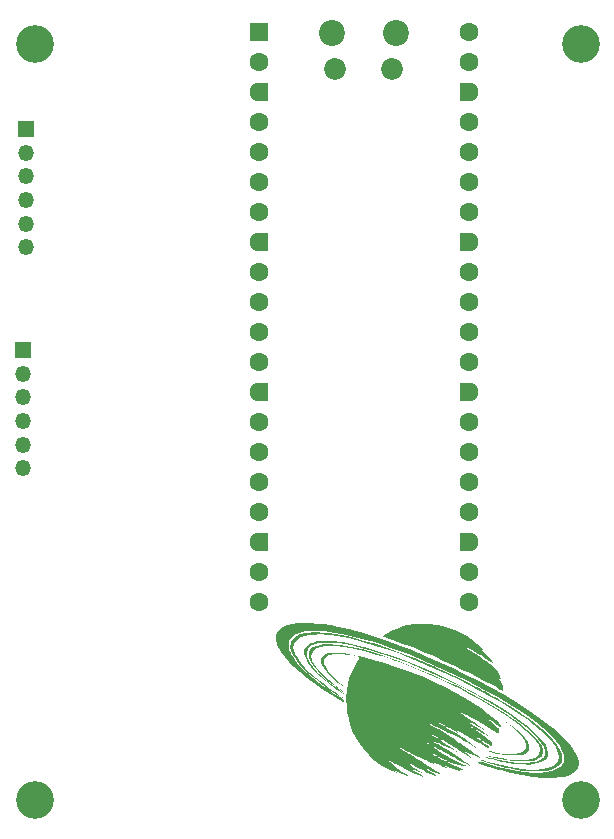
<source format=gbs>
%TF.GenerationSoftware,KiCad,Pcbnew,9.0.0*%
%TF.CreationDate,2025-06-14T22:04:31-04:00*%
%TF.ProjectId,equatorial-mount,65717561-746f-4726-9961-6c2d6d6f756e,rev?*%
%TF.SameCoordinates,Original*%
%TF.FileFunction,Soldermask,Bot*%
%TF.FilePolarity,Negative*%
%FSLAX46Y46*%
G04 Gerber Fmt 4.6, Leading zero omitted, Abs format (unit mm)*
G04 Created by KiCad (PCBNEW 9.0.0) date 2025-06-14 22:04:31*
%MOMM*%
%LPD*%
G01*
G04 APERTURE LIST*
G04 Aperture macros list*
%AMRoundRect*
0 Rectangle with rounded corners*
0 $1 Rounding radius*
0 $2 $3 $4 $5 $6 $7 $8 $9 X,Y pos of 4 corners*
0 Add a 4 corners polygon primitive as box body*
4,1,4,$2,$3,$4,$5,$6,$7,$8,$9,$2,$3,0*
0 Add four circle primitives for the rounded corners*
1,1,$1+$1,$2,$3*
1,1,$1+$1,$4,$5*
1,1,$1+$1,$6,$7*
1,1,$1+$1,$8,$9*
0 Add four rect primitives between the rounded corners*
20,1,$1+$1,$2,$3,$4,$5,0*
20,1,$1+$1,$4,$5,$6,$7,0*
20,1,$1+$1,$6,$7,$8,$9,0*
20,1,$1+$1,$8,$9,$2,$3,0*%
%AMFreePoly0*
4,1,37,0.603843,0.796157,0.639018,0.796157,0.711114,0.766294,0.766294,0.711114,0.796157,0.639018,0.796157,0.603843,0.800000,0.600000,0.800000,-0.600000,0.796157,-0.603843,0.796157,-0.639018,0.766294,-0.711114,0.711114,-0.766294,0.639018,-0.796157,0.603843,-0.796157,0.600000,-0.800000,0.000000,-0.800000,0.000000,-0.796148,-0.078414,-0.796148,-0.232228,-0.765552,-0.377117,-0.705537,
-0.507515,-0.618408,-0.618408,-0.507515,-0.705537,-0.377117,-0.765552,-0.232228,-0.796148,-0.078414,-0.796148,0.078414,-0.765552,0.232228,-0.705537,0.377117,-0.618408,0.507515,-0.507515,0.618408,-0.377117,0.705537,-0.232228,0.765552,-0.078414,0.796148,0.000000,0.796148,0.000000,0.800000,0.600000,0.800000,0.603843,0.796157,0.603843,0.796157,$1*%
%AMFreePoly1*
4,1,37,0.000000,0.796148,0.078414,0.796148,0.232228,0.765552,0.377117,0.705537,0.507515,0.618408,0.618408,0.507515,0.705537,0.377117,0.765552,0.232228,0.796148,0.078414,0.796148,-0.078414,0.765552,-0.232228,0.705537,-0.377117,0.618408,-0.507515,0.507515,-0.618408,0.377117,-0.705537,0.232228,-0.765552,0.078414,-0.796148,0.000000,-0.796148,0.000000,-0.800000,-0.600000,-0.800000,
-0.603843,-0.796157,-0.639018,-0.796157,-0.711114,-0.766294,-0.766294,-0.711114,-0.796157,-0.639018,-0.796157,-0.603843,-0.800000,-0.600000,-0.800000,0.600000,-0.796157,0.603843,-0.796157,0.639018,-0.766294,0.711114,-0.711114,0.766294,-0.639018,0.796157,-0.603843,0.796157,-0.600000,0.800000,0.000000,0.800000,0.000000,0.796148,0.000000,0.796148,$1*%
G04 Aperture macros list end*
%ADD10C,0.000000*%
%ADD11C,3.200000*%
%ADD12R,1.350000X1.350000*%
%ADD13O,1.350000X1.350000*%
%ADD14C,2.200000*%
%ADD15C,1.850000*%
%ADD16RoundRect,0.200000X-0.600000X-0.600000X0.600000X-0.600000X0.600000X0.600000X-0.600000X0.600000X0*%
%ADD17C,1.600000*%
%ADD18FreePoly0,0.000000*%
%ADD19FreePoly1,0.000000*%
G04 APERTURE END LIST*
D10*
%TO.C,G\u002A\u002A\u002A*%
G36*
X133207640Y-123656535D02*
G01*
X133670056Y-123682738D01*
X134185938Y-123732569D01*
X134743343Y-123804835D01*
X135330328Y-123898345D01*
X135934951Y-124011907D01*
X136848264Y-124218250D01*
X137826293Y-124480053D01*
X138856152Y-124792484D01*
X139928839Y-125151497D01*
X141035350Y-125553046D01*
X142166682Y-125993085D01*
X143313829Y-126467568D01*
X144467791Y-126972447D01*
X145619561Y-127503677D01*
X146760138Y-128057211D01*
X147880517Y-128629003D01*
X148971694Y-129215007D01*
X150024667Y-129811176D01*
X151030432Y-130413464D01*
X151979985Y-131017824D01*
X152864322Y-131620211D01*
X152870788Y-131624784D01*
X153542502Y-132118208D01*
X154145629Y-132598869D01*
X154678557Y-133064663D01*
X155139674Y-133513486D01*
X155527369Y-133943232D01*
X155840029Y-134351798D01*
X156076043Y-134737078D01*
X156233799Y-135096970D01*
X156311686Y-135429367D01*
X156308090Y-135732166D01*
X156221400Y-136003262D01*
X156088700Y-136197403D01*
X155855352Y-136398611D01*
X155546756Y-136561682D01*
X155167734Y-136685113D01*
X154723106Y-136767403D01*
X154217695Y-136807048D01*
X153656320Y-136802548D01*
X153336461Y-136784072D01*
X152449951Y-136698097D01*
X151529994Y-136562012D01*
X150604378Y-136380347D01*
X149700890Y-136157633D01*
X149559967Y-136118094D01*
X149310071Y-136045168D01*
X149025898Y-135959831D01*
X148727758Y-135868392D01*
X148435961Y-135777159D01*
X148170817Y-135692439D01*
X147952636Y-135620541D01*
X147801728Y-135567774D01*
X147786419Y-135561262D01*
X147766305Y-135527285D01*
X147813741Y-135461145D01*
X147816330Y-135458298D01*
X147850836Y-135426988D01*
X147894257Y-135411649D01*
X147962226Y-135414504D01*
X148070378Y-135437778D01*
X148234347Y-135483695D01*
X148469768Y-135554480D01*
X148604285Y-135594990D01*
X149478750Y-135839948D01*
X150303720Y-136038497D01*
X151075342Y-136190167D01*
X151789760Y-136294488D01*
X152443122Y-136350991D01*
X153031574Y-136359204D01*
X153551261Y-136318658D01*
X153998330Y-136228883D01*
X154045053Y-136215434D01*
X154419303Y-136073482D01*
X154710532Y-135894649D01*
X154918542Y-135680154D01*
X155043134Y-135431220D01*
X155084109Y-135149067D01*
X155041269Y-134834915D01*
X154914415Y-134489986D01*
X154703348Y-134115501D01*
X154407869Y-133712681D01*
X154178093Y-133445951D01*
X153751302Y-133012917D01*
X153242205Y-132560842D01*
X152649962Y-132089122D01*
X151973734Y-131597156D01*
X151212679Y-131084341D01*
X150365958Y-130550075D01*
X149432730Y-129993755D01*
X148412154Y-129414779D01*
X147655606Y-129005619D01*
X146776894Y-128552786D01*
X145859158Y-128100885D01*
X144916687Y-127656232D01*
X143963771Y-127225144D01*
X143014701Y-126813936D01*
X142083766Y-126428927D01*
X141185257Y-126076431D01*
X140333463Y-125762766D01*
X139542675Y-125494249D01*
X139040107Y-125336300D01*
X138323372Y-125125015D01*
X137614924Y-124931802D01*
X136929810Y-124760373D01*
X136283076Y-124614442D01*
X135689770Y-124497722D01*
X135164937Y-124413926D01*
X135163582Y-124413742D01*
X134853908Y-124381358D01*
X134505096Y-124360909D01*
X134138760Y-124352225D01*
X133776515Y-124355133D01*
X133439974Y-124369461D01*
X133150754Y-124395038D01*
X132930467Y-124431692D01*
X132637068Y-124519756D01*
X132331832Y-124657569D01*
X132081665Y-124824016D01*
X131904434Y-125009045D01*
X131873232Y-125054216D01*
X131816239Y-125152426D01*
X131784617Y-125252008D01*
X131771195Y-125382878D01*
X131768803Y-125574953D01*
X131768863Y-125589882D01*
X131774745Y-125788931D01*
X131795864Y-125937910D01*
X131840897Y-126075356D01*
X131918522Y-126239802D01*
X131935662Y-126273169D01*
X132168655Y-126664595D01*
X132463630Y-127058660D01*
X132826644Y-127462143D01*
X133263755Y-127881825D01*
X133781019Y-128324487D01*
X133784618Y-128327421D01*
X134030908Y-128522318D01*
X134323633Y-128744565D01*
X134645936Y-128982177D01*
X134980962Y-129223170D01*
X135311855Y-129455557D01*
X135621757Y-129667355D01*
X135893813Y-129846579D01*
X136111167Y-129981242D01*
X136251294Y-130066853D01*
X136366689Y-130150651D01*
X136425398Y-130218777D01*
X136441777Y-130284396D01*
X136436914Y-130354221D01*
X136421043Y-130393203D01*
X136379758Y-130374330D01*
X136272623Y-130314085D01*
X136113861Y-130220390D01*
X135916791Y-130101414D01*
X135694730Y-129965323D01*
X135460995Y-129820284D01*
X135228905Y-129674464D01*
X135011776Y-129536031D01*
X134822926Y-129413151D01*
X134597967Y-129263049D01*
X133920273Y-128789693D01*
X133294312Y-128319613D01*
X132724806Y-127857136D01*
X132216481Y-127406591D01*
X131774061Y-126972303D01*
X131402269Y-126558600D01*
X131105831Y-126169810D01*
X130889469Y-125810259D01*
X130879737Y-125790927D01*
X130741220Y-125450762D01*
X130667240Y-125123233D01*
X130659830Y-124823357D01*
X130721024Y-124566155D01*
X130795025Y-124423609D01*
X130985506Y-124201290D01*
X131253775Y-124015960D01*
X131601585Y-123866760D01*
X132030693Y-123752829D01*
X132542855Y-123673307D01*
X132810631Y-123655151D01*
X133207640Y-123656535D01*
G37*
G36*
X143626845Y-123753717D02*
G01*
X144362815Y-123845655D01*
X145095951Y-124017462D01*
X145812873Y-124267241D01*
X145825691Y-124272494D01*
X146192746Y-124432997D01*
X146517276Y-124599147D01*
X146834819Y-124790689D01*
X147180916Y-125027370D01*
X147185210Y-125030443D01*
X147333349Y-125141943D01*
X147503120Y-125278066D01*
X147681284Y-125427126D01*
X147854600Y-125577435D01*
X148009828Y-125717306D01*
X148133728Y-125835053D01*
X148213061Y-125918989D01*
X148234585Y-125957427D01*
X148210056Y-125957849D01*
X148121171Y-125932362D01*
X147994131Y-125882683D01*
X147773734Y-125787881D01*
X147910539Y-125890234D01*
X147910670Y-125890332D01*
X148017095Y-125970099D01*
X148164478Y-126080737D01*
X148320952Y-126198326D01*
X148424616Y-126286211D01*
X148561931Y-126420814D01*
X148707058Y-126576841D01*
X148845382Y-126737267D01*
X148962286Y-126885068D01*
X149043153Y-127003218D01*
X149073365Y-127074694D01*
X149070535Y-127076324D01*
X149016488Y-127052546D01*
X148904254Y-126988392D01*
X148747617Y-126892007D01*
X148560359Y-126771535D01*
X148462415Y-126708226D01*
X148251360Y-126576078D01*
X148016469Y-126433317D01*
X147770450Y-126287218D01*
X147526007Y-126145052D01*
X147295846Y-126014095D01*
X147092673Y-125901620D01*
X146929193Y-125814901D01*
X146818112Y-125761210D01*
X146772137Y-125747823D01*
X146796415Y-125771623D01*
X146886356Y-125836852D01*
X147031096Y-125935088D01*
X147218736Y-126058272D01*
X147437374Y-126198343D01*
X147586682Y-126294282D01*
X147843484Y-126464717D01*
X148088581Y-126633456D01*
X148299933Y-126785211D01*
X148455504Y-126904693D01*
X148751045Y-127147936D01*
X149013716Y-127368693D01*
X149215760Y-127544103D01*
X149353268Y-127670769D01*
X149422337Y-127745296D01*
X149428202Y-127754003D01*
X149477278Y-127845246D01*
X149537420Y-127977578D01*
X149598773Y-128126219D01*
X149651482Y-128266388D01*
X149685691Y-128373306D01*
X149691545Y-128422191D01*
X149686865Y-128424136D01*
X149629471Y-128404002D01*
X149536376Y-128346113D01*
X149474271Y-128303324D01*
X149391159Y-128255500D01*
X149374984Y-128263709D01*
X149425487Y-128324210D01*
X149542410Y-128433259D01*
X149555693Y-128445083D01*
X149721494Y-128630215D01*
X149818403Y-128832272D01*
X149856482Y-128966557D01*
X149895046Y-129139151D01*
X149918290Y-129289312D01*
X149923044Y-129395264D01*
X149906140Y-129435234D01*
X149888591Y-129429655D01*
X149804137Y-129389135D01*
X149670271Y-129317994D01*
X149506589Y-129226473D01*
X149359891Y-129143347D01*
X148866071Y-128871302D01*
X148311252Y-128575535D01*
X147712781Y-128264782D01*
X147088007Y-127947780D01*
X146454278Y-127633266D01*
X145828941Y-127329978D01*
X145229344Y-127046653D01*
X144672837Y-126792027D01*
X144352757Y-126649922D01*
X143847477Y-126430543D01*
X143316832Y-126205313D01*
X142774369Y-125979683D01*
X142233635Y-125759109D01*
X141708177Y-125549043D01*
X141211542Y-125354940D01*
X140757277Y-125182253D01*
X140358929Y-125036436D01*
X140030045Y-124922943D01*
X139970919Y-124903296D01*
X139836548Y-124854836D01*
X139770989Y-124818894D01*
X139760207Y-124784901D01*
X139790168Y-124742288D01*
X139830632Y-124706567D01*
X139958977Y-124621541D01*
X140142516Y-124517967D01*
X140362195Y-124405430D01*
X140598958Y-124293512D01*
X140833752Y-124191799D01*
X141047522Y-124109872D01*
X141177141Y-124066151D01*
X141795812Y-123896129D01*
X142415566Y-123785004D01*
X142901418Y-123743550D01*
X143626845Y-123753717D01*
G37*
G36*
X134217158Y-124473615D02*
G01*
X134695874Y-124497555D01*
X135194889Y-124543061D01*
X135696911Y-124609229D01*
X136184647Y-124695157D01*
X136211012Y-124700479D01*
X137144379Y-124911220D01*
X138140303Y-125177301D01*
X139191159Y-125496163D01*
X140289322Y-125865245D01*
X141427166Y-126281990D01*
X142597067Y-126743837D01*
X143791399Y-127248227D01*
X144012709Y-127345942D01*
X144447115Y-127543133D01*
X144927949Y-127767023D01*
X145438970Y-128009683D01*
X145963943Y-128263183D01*
X146486629Y-128519593D01*
X146990790Y-128770984D01*
X147460189Y-129009425D01*
X147878588Y-129226987D01*
X148229749Y-129415739D01*
X148336269Y-129474720D01*
X148643562Y-129648044D01*
X148988072Y-129846059D01*
X149355214Y-130060081D01*
X149730405Y-130281427D01*
X150099059Y-130501414D01*
X150446595Y-130711359D01*
X150758426Y-130902578D01*
X151019970Y-131066389D01*
X151216643Y-131194108D01*
X151235326Y-131206644D01*
X151413387Y-131327507D01*
X151615483Y-131466644D01*
X151827441Y-131614067D01*
X152035087Y-131759789D01*
X152224247Y-131893824D01*
X152380749Y-132006185D01*
X152490419Y-132086885D01*
X152539084Y-132125936D01*
X152566760Y-132150344D01*
X152650965Y-132218130D01*
X152767092Y-132308325D01*
X153216901Y-132670130D01*
X153721059Y-133127487D01*
X154148300Y-133579847D01*
X154494483Y-134022748D01*
X154755473Y-134451731D01*
X154814898Y-134576512D01*
X154859117Y-134711699D01*
X154880303Y-134864176D01*
X154886229Y-135070745D01*
X154886231Y-135144910D01*
X154880943Y-135310891D01*
X154862442Y-135424308D01*
X154823908Y-135513870D01*
X154758520Y-135608284D01*
X154735673Y-135637334D01*
X154541501Y-135826772D01*
X154293945Y-135977617D01*
X153984449Y-136093175D01*
X153604460Y-136176750D01*
X153145422Y-136231650D01*
X152715939Y-136251699D01*
X152229040Y-136240375D01*
X151695821Y-136194620D01*
X151104031Y-136113365D01*
X150441418Y-135995540D01*
X150435377Y-135994363D01*
X150174877Y-135939641D01*
X149883821Y-135872001D01*
X149575470Y-135795200D01*
X149263083Y-135712997D01*
X148959917Y-135629150D01*
X148679233Y-135547415D01*
X148434288Y-135471551D01*
X148238342Y-135405316D01*
X148104654Y-135352468D01*
X148046482Y-135316764D01*
X148035837Y-135292176D01*
X148050101Y-135278626D01*
X148104142Y-135283247D01*
X148209766Y-135308339D01*
X148378778Y-135356205D01*
X148622983Y-135429144D01*
X148627067Y-135430377D01*
X149423755Y-135654445D01*
X150178902Y-135834264D01*
X150888696Y-135969817D01*
X151549328Y-136061082D01*
X152156987Y-136108043D01*
X152707863Y-136110678D01*
X153198147Y-136068970D01*
X153624027Y-135982900D01*
X153981693Y-135852448D01*
X154267336Y-135677596D01*
X154477145Y-135458324D01*
X154515245Y-135402401D01*
X154577752Y-135283786D01*
X154605685Y-135158102D01*
X154610792Y-134983619D01*
X154610771Y-134981848D01*
X154580612Y-134721011D01*
X154492531Y-134454672D01*
X154340218Y-134168298D01*
X154117361Y-133847354D01*
X154009048Y-133706856D01*
X153861158Y-133525734D01*
X153710904Y-133358118D01*
X153541238Y-133186182D01*
X153335112Y-132992103D01*
X153075477Y-132758057D01*
X153066705Y-132750259D01*
X152541657Y-132311425D01*
X151936205Y-131853985D01*
X151258159Y-131381867D01*
X150515329Y-130899001D01*
X149715524Y-130409319D01*
X148866554Y-129916749D01*
X147976230Y-129425221D01*
X147052361Y-128938667D01*
X146102757Y-128461015D01*
X145135228Y-127996195D01*
X144157583Y-127548138D01*
X143177633Y-127120774D01*
X142203187Y-126718033D01*
X141242055Y-126343844D01*
X140302047Y-126002138D01*
X139390973Y-125696844D01*
X138516643Y-125431893D01*
X138077306Y-125308442D01*
X137437475Y-125137234D01*
X136863788Y-124996018D01*
X136344792Y-124882547D01*
X135869032Y-124794575D01*
X135425052Y-124729856D01*
X135001399Y-124686143D01*
X134586619Y-124661191D01*
X134391507Y-124655363D01*
X133893050Y-124661834D01*
X133467158Y-124703661D01*
X133104607Y-124782629D01*
X132796170Y-124900527D01*
X132532623Y-125059143D01*
X132461463Y-125118184D01*
X132302714Y-125308991D01*
X132194954Y-125529303D01*
X132155242Y-125747977D01*
X132188988Y-126010996D01*
X132305364Y-126334003D01*
X132502532Y-126685003D01*
X132778176Y-127061569D01*
X133129978Y-127461276D01*
X133555622Y-127881695D01*
X134052788Y-128320400D01*
X134619161Y-128774965D01*
X135252422Y-129242963D01*
X135950254Y-129721967D01*
X136134018Y-129845905D01*
X136295131Y-129960233D01*
X136390218Y-130035547D01*
X136416567Y-130069331D01*
X136371468Y-130059068D01*
X136252209Y-130002242D01*
X136233899Y-129992588D01*
X136083478Y-129904420D01*
X135874877Y-129771618D01*
X135620910Y-129602681D01*
X135334391Y-129406107D01*
X135028133Y-129190395D01*
X134666565Y-128927501D01*
X134040992Y-128444710D01*
X133493683Y-127982732D01*
X133025364Y-127542659D01*
X132636759Y-127125581D01*
X132328591Y-126732589D01*
X132101585Y-126364777D01*
X131956465Y-126023234D01*
X131893955Y-125709053D01*
X131914780Y-125423325D01*
X132019662Y-125167141D01*
X132209327Y-124941592D01*
X132213112Y-124938184D01*
X132456884Y-124760413D01*
X132747258Y-124628835D01*
X133104352Y-124534296D01*
X133389801Y-124494044D01*
X133776036Y-124472144D01*
X134217158Y-124473615D01*
G37*
G36*
X135288274Y-125222994D02*
G01*
X135660210Y-125247105D01*
X136020795Y-125282648D01*
X136350575Y-125329043D01*
X136386517Y-125335132D01*
X137004386Y-125456285D01*
X137689001Y-125618478D01*
X138428614Y-125817806D01*
X139211481Y-126050364D01*
X140025854Y-126312247D01*
X140859989Y-126599552D01*
X141702138Y-126908371D01*
X142540556Y-127234802D01*
X143363496Y-127574940D01*
X144159213Y-127924878D01*
X145156656Y-128388735D01*
X146194449Y-128895516D01*
X147184322Y-129404489D01*
X148121780Y-129912908D01*
X149002327Y-130418028D01*
X149821467Y-130917103D01*
X150574705Y-131407388D01*
X151257546Y-131886138D01*
X151865494Y-132350607D01*
X152394053Y-132798048D01*
X152838728Y-133225718D01*
X152937302Y-133330184D01*
X153257888Y-133708054D01*
X153494076Y-134055978D01*
X153646047Y-134373028D01*
X153713981Y-134658276D01*
X153698059Y-134910794D01*
X153598461Y-135129655D01*
X153415368Y-135313931D01*
X153148961Y-135462693D01*
X152799420Y-135575014D01*
X152366925Y-135649967D01*
X152059671Y-135670120D01*
X151674778Y-135667090D01*
X151243725Y-135640920D01*
X150787581Y-135592907D01*
X150327415Y-135524350D01*
X150274111Y-135514844D01*
X150067223Y-135474012D01*
X149820971Y-135420965D01*
X149551420Y-135359639D01*
X149274631Y-135293973D01*
X149006669Y-135227902D01*
X148763595Y-135165364D01*
X148561474Y-135110296D01*
X148416369Y-135066635D01*
X148344342Y-135038317D01*
X148320386Y-135012966D01*
X148370310Y-135008265D01*
X148502404Y-135030402D01*
X148714105Y-135078929D01*
X149002852Y-135153400D01*
X149011637Y-135155745D01*
X149530098Y-135279531D01*
X150068685Y-135382008D01*
X150606472Y-135460572D01*
X151122535Y-135512623D01*
X151595947Y-135535559D01*
X152005785Y-135526777D01*
X152316842Y-135495046D01*
X152700983Y-135416354D01*
X153006119Y-135298453D01*
X153234568Y-135140614D01*
X153264419Y-135112330D01*
X153364218Y-135000020D01*
X153415561Y-134887857D01*
X153440079Y-134732933D01*
X153428200Y-134477066D01*
X153332199Y-134169458D01*
X153149069Y-133836365D01*
X152878756Y-133477723D01*
X152521203Y-133093467D01*
X152076358Y-132683535D01*
X151544165Y-132247861D01*
X150924570Y-131786381D01*
X150445213Y-131452720D01*
X149545980Y-130868142D01*
X148574694Y-130283635D01*
X147543248Y-129704810D01*
X146463538Y-129137275D01*
X145347458Y-128586641D01*
X144206902Y-128058518D01*
X143053767Y-127558514D01*
X141899945Y-127092240D01*
X140757333Y-126665306D01*
X139637824Y-126283321D01*
X138553313Y-125951895D01*
X138212871Y-125856383D01*
X137590247Y-125694139D01*
X137028337Y-125566793D01*
X136512576Y-125471837D01*
X136028399Y-125406759D01*
X135561240Y-125369051D01*
X135096535Y-125356202D01*
X134832019Y-125356624D01*
X134610062Y-125361173D01*
X134439988Y-125372003D01*
X134301230Y-125391183D01*
X134173221Y-125420779D01*
X134035393Y-125462858D01*
X133746736Y-125583051D01*
X133505616Y-125749913D01*
X133348134Y-125950826D01*
X133274234Y-126184699D01*
X133283858Y-126450440D01*
X133376951Y-126746959D01*
X133553457Y-127073166D01*
X133813319Y-127427971D01*
X134156480Y-127810282D01*
X134322409Y-127974362D01*
X134633649Y-128259621D01*
X134986672Y-128561915D01*
X135359227Y-128862937D01*
X135729065Y-129144379D01*
X136073935Y-129387934D01*
X136214429Y-129483765D01*
X136355762Y-129583588D01*
X136451898Y-129655658D01*
X136487379Y-129688728D01*
X136472712Y-129696656D01*
X136396945Y-129667389D01*
X136265662Y-129593757D01*
X136089023Y-129482617D01*
X135877187Y-129340829D01*
X135640312Y-129175249D01*
X135388559Y-128992736D01*
X135132086Y-128800149D01*
X134881051Y-128604345D01*
X134473113Y-128264206D01*
X134019868Y-127838774D01*
X133651569Y-127430916D01*
X133369105Y-127041746D01*
X133173364Y-126672381D01*
X133065235Y-126323936D01*
X133045969Y-126145400D01*
X133080963Y-125897409D01*
X133196524Y-125686276D01*
X133393928Y-125510608D01*
X133674450Y-125369013D01*
X134039365Y-125260098D01*
X134076155Y-125252476D01*
X134298928Y-125225055D01*
X134588177Y-125211388D01*
X134924444Y-125210895D01*
X135288274Y-125222994D01*
G37*
G36*
X135369187Y-125497574D02*
G01*
X135761219Y-125525490D01*
X136162950Y-125568811D01*
X136554119Y-125626446D01*
X137087723Y-125727159D01*
X137951693Y-125926643D01*
X138869999Y-126178323D01*
X139833391Y-126478174D01*
X140832617Y-126822175D01*
X141858428Y-127206301D01*
X142901572Y-127626528D01*
X143952798Y-128078835D01*
X145002856Y-128559196D01*
X146042495Y-129063589D01*
X147062464Y-129587990D01*
X148053513Y-130128377D01*
X149006390Y-130680725D01*
X149911846Y-131241011D01*
X150760628Y-131805212D01*
X150891560Y-131896491D01*
X151463313Y-132316758D01*
X151959194Y-132719359D01*
X152377941Y-133102690D01*
X152718294Y-133465148D01*
X152978994Y-133805130D01*
X153158780Y-134121033D01*
X153256391Y-134411254D01*
X153270569Y-134674189D01*
X153200051Y-134908236D01*
X153114969Y-135019403D01*
X152935622Y-135151203D01*
X152691077Y-135263046D01*
X152395859Y-135347006D01*
X152308628Y-135362451D01*
X152054832Y-135387554D01*
X151740208Y-135399286D01*
X151385072Y-135398227D01*
X151009740Y-135384956D01*
X150634526Y-135360053D01*
X150279748Y-135324098D01*
X149965720Y-135277670D01*
X149786688Y-135244223D01*
X149516310Y-135189510D01*
X149247178Y-135130811D01*
X148993998Y-135071723D01*
X148771478Y-135015842D01*
X148594326Y-134966763D01*
X148477249Y-134928083D01*
X148434955Y-134903397D01*
X148471783Y-134896020D01*
X148574487Y-134908549D01*
X148719964Y-134938946D01*
X149113471Y-135029095D01*
X149776485Y-135158004D01*
X150393424Y-135247956D01*
X150958347Y-135298696D01*
X151465313Y-135309969D01*
X151908380Y-135281521D01*
X152281605Y-135213096D01*
X152579049Y-135104440D01*
X152609473Y-135088811D01*
X152833784Y-134936475D01*
X152975331Y-134757900D01*
X153034428Y-134550030D01*
X153011385Y-134309809D01*
X152906513Y-134034184D01*
X152720125Y-133720097D01*
X152565873Y-133513011D01*
X152255090Y-133166409D01*
X151864135Y-132796099D01*
X151397037Y-132404765D01*
X150857823Y-131995095D01*
X150250523Y-131569774D01*
X149579163Y-131131490D01*
X148847772Y-130682930D01*
X148060378Y-130226778D01*
X147221009Y-129765723D01*
X146333694Y-129302449D01*
X145402460Y-128839645D01*
X144540540Y-128430958D01*
X143357085Y-127902859D01*
X142167980Y-127412456D01*
X140933519Y-126942896D01*
X140752100Y-126876228D01*
X140579362Y-126812244D01*
X140454704Y-126765528D01*
X140418977Y-126752273D01*
X140216774Y-126683365D01*
X139946029Y-126597927D01*
X139622869Y-126500596D01*
X139263420Y-126396010D01*
X138883810Y-126288807D01*
X138500163Y-126183624D01*
X138128608Y-126085099D01*
X137785269Y-125997869D01*
X137673155Y-125970569D01*
X137001489Y-125825092D01*
X136375849Y-125721138D01*
X135801962Y-125658965D01*
X135285556Y-125638832D01*
X134832358Y-125660996D01*
X134448096Y-125725717D01*
X134138497Y-125833254D01*
X133918198Y-125959944D01*
X133767182Y-126107210D01*
X133684957Y-126286108D01*
X133660090Y-126512880D01*
X133662626Y-126587436D01*
X133691840Y-126760346D01*
X133760295Y-126941893D01*
X133876167Y-127150929D01*
X134047637Y-127406309D01*
X134106480Y-127484678D01*
X134297247Y-127706191D01*
X134542959Y-127959752D01*
X134828869Y-128232042D01*
X135140233Y-128509737D01*
X135462304Y-128779517D01*
X135780338Y-129028059D01*
X136079589Y-129242043D01*
X136180437Y-129313670D01*
X136285105Y-129397241D01*
X136353973Y-129462294D01*
X136378401Y-129498952D01*
X136349747Y-129497336D01*
X136259372Y-129447571D01*
X136227119Y-129427352D01*
X135905207Y-129209701D01*
X135556648Y-128949533D01*
X135198895Y-128661795D01*
X134849398Y-128361433D01*
X134525611Y-128063391D01*
X134244984Y-127782616D01*
X134024970Y-127534053D01*
X133809752Y-127255698D01*
X133649577Y-127016381D01*
X133540736Y-126805587D01*
X133474838Y-126607014D01*
X133443492Y-126404361D01*
X133440861Y-126371101D01*
X133433886Y-126223868D01*
X133448616Y-126125878D01*
X133495839Y-126041769D01*
X133586345Y-125936181D01*
X133594480Y-125927296D01*
X133824010Y-125741941D01*
X134121025Y-125601942D01*
X134470735Y-125514353D01*
X134695257Y-125492314D01*
X135007113Y-125486152D01*
X135369187Y-125497574D01*
G37*
G36*
X135593951Y-126208286D02*
G01*
X135871759Y-126214879D01*
X136020813Y-126220559D01*
X136394873Y-126246721D01*
X136781087Y-126291796D01*
X137189788Y-126357994D01*
X137631307Y-126447523D01*
X138115974Y-126562592D01*
X138654123Y-126705412D01*
X139256085Y-126878190D01*
X139932190Y-127083137D01*
X140366835Y-127219991D01*
X141355877Y-127551573D01*
X142287281Y-127895074D01*
X143184730Y-128259932D01*
X144071912Y-128655584D01*
X144972512Y-129091469D01*
X145131596Y-129171750D01*
X145938136Y-129595627D01*
X146676691Y-130015464D01*
X147365347Y-130442912D01*
X148022190Y-130889621D01*
X148665307Y-131367242D01*
X149312783Y-131887425D01*
X149457056Y-132009399D01*
X149586297Y-132127349D01*
X149663926Y-132215011D01*
X149701805Y-132286287D01*
X149711795Y-132355081D01*
X149711795Y-132355819D01*
X149701440Y-132451224D01*
X149676758Y-132490869D01*
X149631538Y-132467245D01*
X149536427Y-132398872D01*
X149414550Y-132301426D01*
X149326041Y-132231422D01*
X149176269Y-132120788D01*
X148997346Y-131994115D01*
X148804042Y-131861264D01*
X148611123Y-131732098D01*
X148433360Y-131616476D01*
X148285520Y-131524262D01*
X148182372Y-131465315D01*
X148138685Y-131449497D01*
X148158297Y-131477053D01*
X148236364Y-131541139D01*
X148355626Y-131625835D01*
X148416804Y-131668364D01*
X148592146Y-131798988D01*
X148796614Y-131959910D01*
X149009729Y-132134209D01*
X149211012Y-132304964D01*
X149379982Y-132455254D01*
X149496159Y-132568159D01*
X149533999Y-132609127D01*
X149590033Y-132686747D01*
X149593521Y-132759448D01*
X149552549Y-132870589D01*
X149537128Y-132906438D01*
X149491253Y-133000406D01*
X149463490Y-133038086D01*
X149427796Y-133019143D01*
X149323721Y-132958416D01*
X149161896Y-132861986D01*
X148952791Y-132736128D01*
X148706874Y-132587120D01*
X148434614Y-132421238D01*
X148176630Y-132264482D01*
X147761016Y-132016662D01*
X147407105Y-131812941D01*
X147106112Y-131648593D01*
X146849247Y-131518891D01*
X146627723Y-131419108D01*
X146432753Y-131344519D01*
X146388112Y-131329292D01*
X146229817Y-131279305D01*
X146155358Y-131264627D01*
X146164738Y-131285399D01*
X146257960Y-131341764D01*
X146435028Y-131433865D01*
X146583787Y-131515118D01*
X146801197Y-131646632D01*
X147035018Y-131798489D01*
X147254992Y-131951583D01*
X147436364Y-132081960D01*
X147667446Y-132245206D01*
X147885077Y-132396213D01*
X148059290Y-132514025D01*
X148126042Y-132558749D01*
X148258062Y-132651382D01*
X148345958Y-132719216D01*
X148373427Y-132750003D01*
X148368634Y-132750734D01*
X148306791Y-132727908D01*
X148191299Y-132671540D01*
X148042271Y-132591268D01*
X147988991Y-132561529D01*
X147723238Y-132415166D01*
X147468834Y-132278055D01*
X147237171Y-132156046D01*
X147039640Y-132054985D01*
X146887633Y-131980720D01*
X146792541Y-131939100D01*
X146765757Y-131935973D01*
X146774869Y-131945393D01*
X146847091Y-131999227D01*
X146977180Y-132086816D01*
X147150390Y-132198395D01*
X147351978Y-132324200D01*
X147463065Y-132393444D01*
X147674250Y-132529143D01*
X147893219Y-132674093D01*
X148107938Y-132819865D01*
X148306376Y-132958033D01*
X148476501Y-133080167D01*
X148606280Y-133177841D01*
X148683681Y-133242626D01*
X148696672Y-133266093D01*
X148695190Y-133265912D01*
X148638574Y-133241622D01*
X148518544Y-133182059D01*
X148350183Y-133095256D01*
X148148569Y-132989250D01*
X147928782Y-132872074D01*
X147705903Y-132751765D01*
X147495013Y-132636357D01*
X147311190Y-132533886D01*
X147169515Y-132452386D01*
X147057817Y-132388657D01*
X146965538Y-132341302D01*
X146930108Y-132330748D01*
X146964736Y-132365040D01*
X147067105Y-132441519D01*
X147227344Y-132553009D01*
X147435539Y-132692754D01*
X147681776Y-132853999D01*
X147956140Y-133029985D01*
X148104339Y-133126770D01*
X148325682Y-133279300D01*
X148529608Y-133428173D01*
X148685763Y-133551686D01*
X148715202Y-133576652D01*
X148845486Y-133687111D01*
X148945560Y-133771913D01*
X148995756Y-133814386D01*
X148996181Y-133814756D01*
X149003459Y-133872280D01*
X148976848Y-133964170D01*
X148932680Y-134049393D01*
X148887286Y-134086919D01*
X148867612Y-134079349D01*
X148783821Y-134031384D01*
X148653686Y-133948996D01*
X148495593Y-133843606D01*
X148440291Y-133806198D01*
X148240602Y-133674631D01*
X148044577Y-133549942D01*
X147887738Y-133454847D01*
X147769286Y-133384992D01*
X147624465Y-133296649D01*
X147522926Y-133231281D01*
X147460131Y-133189663D01*
X147436062Y-133182536D01*
X147467874Y-133228049D01*
X147468352Y-133228647D01*
X147528815Y-133283606D01*
X147647601Y-133376489D01*
X147807747Y-133494467D01*
X147992291Y-133624709D01*
X148122946Y-133715599D01*
X148378681Y-133898503D01*
X148563426Y-134039617D01*
X148681991Y-134142981D01*
X148739186Y-134212635D01*
X148739821Y-134252620D01*
X148731878Y-134257597D01*
X148660753Y-134250833D01*
X148557415Y-134203464D01*
X148496661Y-134168126D01*
X148355169Y-134088297D01*
X148174417Y-133988055D01*
X147978941Y-133881074D01*
X147696467Y-133725375D01*
X147300922Y-133502167D01*
X146876923Y-133258064D01*
X146451293Y-133008389D01*
X146362363Y-132957981D01*
X146212669Y-132878525D01*
X146046650Y-132794530D01*
X145883721Y-132715376D01*
X145743303Y-132650447D01*
X145644812Y-132609123D01*
X145607666Y-132600787D01*
X145607899Y-132601506D01*
X145648835Y-132633520D01*
X145746531Y-132698605D01*
X145881275Y-132783591D01*
X145951478Y-132827513D01*
X146087695Y-132918448D01*
X146144165Y-132965942D01*
X146122087Y-132968330D01*
X146022657Y-132923947D01*
X145847074Y-132831128D01*
X145663276Y-132730519D01*
X145409720Y-132593805D01*
X145160533Y-132461513D01*
X144928340Y-132340169D01*
X144725768Y-132236297D01*
X144565441Y-132156420D01*
X144459986Y-132107063D01*
X144422029Y-132094751D01*
X144424355Y-132100081D01*
X144474737Y-132143400D01*
X144570233Y-132205989D01*
X144896355Y-132402313D01*
X145260855Y-132623152D01*
X145607905Y-132834840D01*
X145927359Y-133031114D01*
X146209072Y-133205713D01*
X146442898Y-133352374D01*
X146618690Y-133464834D01*
X146726305Y-133536831D01*
X146810369Y-133596576D01*
X147055268Y-133773031D01*
X147277502Y-133936576D01*
X147466688Y-134079295D01*
X147612439Y-134193275D01*
X147704371Y-134270602D01*
X147732100Y-134303359D01*
X147716882Y-134300762D01*
X147639588Y-134262643D01*
X147513504Y-134189758D01*
X147356386Y-134092092D01*
X147315761Y-134066284D01*
X147088442Y-133926549D01*
X146837733Y-133778233D01*
X146610898Y-133649401D01*
X146471264Y-133573546D01*
X146210767Y-133436089D01*
X145917779Y-133285434D01*
X145602639Y-133126543D01*
X145275691Y-132964379D01*
X144947276Y-132803907D01*
X144627735Y-132650089D01*
X144327411Y-132507889D01*
X144056645Y-132382269D01*
X143825778Y-132278194D01*
X143645152Y-132200626D01*
X143525109Y-132154529D01*
X143475992Y-132144865D01*
X143481474Y-132158446D01*
X143543620Y-132204357D01*
X143653786Y-132265898D01*
X143887070Y-132384835D01*
X144199028Y-132546835D01*
X144471781Y-132693844D01*
X144721447Y-132835695D01*
X144964143Y-132982222D01*
X145215987Y-133143258D01*
X145493095Y-133328634D01*
X145811583Y-133548185D01*
X146187571Y-133811743D01*
X146268882Y-133868961D01*
X146556005Y-134070313D01*
X146844703Y-134271827D01*
X147115972Y-134460289D01*
X147350808Y-134622488D01*
X147530206Y-134745209D01*
X147550796Y-134759224D01*
X147719994Y-134878678D01*
X147850517Y-134978435D01*
X147929814Y-135048418D01*
X147945338Y-135078551D01*
X147911751Y-135078329D01*
X147798324Y-135048888D01*
X147626539Y-134987807D01*
X147411024Y-134900813D01*
X147166404Y-134793636D01*
X146907307Y-134672003D01*
X146542496Y-134494872D01*
X146746376Y-134667107D01*
X146823450Y-134733242D01*
X146979122Y-134871197D01*
X147111187Y-134993171D01*
X147183726Y-135063039D01*
X147228906Y-135111119D01*
X147211950Y-135109052D01*
X147135314Y-135064051D01*
X147094570Y-135039313D01*
X146647375Y-134762959D01*
X146253505Y-134510396D01*
X145926876Y-134290533D01*
X145897449Y-134270419D01*
X145748329Y-134174344D01*
X145553704Y-134055330D01*
X145325970Y-133920324D01*
X145077522Y-133776274D01*
X144820753Y-133630125D01*
X144568059Y-133488825D01*
X144331833Y-133359320D01*
X144124470Y-133248558D01*
X143958365Y-133163484D01*
X143845912Y-133111047D01*
X143799505Y-133098192D01*
X143812519Y-133132342D01*
X143882255Y-133186434D01*
X143944175Y-133223902D01*
X144472108Y-133545892D01*
X144921197Y-133824791D01*
X145292471Y-134061264D01*
X145586957Y-134255975D01*
X145805683Y-134409589D01*
X145949677Y-134522769D01*
X145968124Y-134539021D01*
X146010989Y-134581974D01*
X145996703Y-134586148D01*
X145917915Y-134549398D01*
X145767271Y-134469580D01*
X145633069Y-134397526D01*
X145397917Y-134274766D01*
X145189191Y-134172722D01*
X144978814Y-134078540D01*
X144738709Y-133979369D01*
X144440799Y-133862354D01*
X144294506Y-133806390D01*
X144105456Y-133737822D01*
X143995399Y-133704559D01*
X143964907Y-133707225D01*
X144014553Y-133746441D01*
X144144908Y-133822828D01*
X144356545Y-133937008D01*
X144650036Y-134089602D01*
X144922957Y-134238496D01*
X145229293Y-134420506D01*
X145524789Y-134609193D01*
X145773369Y-134782310D01*
X145988325Y-134940377D01*
X146244091Y-135126170D01*
X146491403Y-135303787D01*
X146698017Y-135449943D01*
X146845211Y-135554972D01*
X146980322Y-135656335D01*
X147068562Y-135728587D01*
X147095686Y-135760599D01*
X147068432Y-135757977D01*
X146974334Y-135721599D01*
X146830648Y-135655046D01*
X146654626Y-135567215D01*
X146463519Y-135467007D01*
X146274580Y-135363318D01*
X146105060Y-135265049D01*
X145972211Y-135181097D01*
X145909537Y-135140936D01*
X145744422Y-135044019D01*
X145529651Y-134925068D01*
X145286046Y-134795503D01*
X145034428Y-134666744D01*
X144925399Y-134611761D01*
X144646014Y-134468061D01*
X144366702Y-134320992D01*
X144114753Y-134185022D01*
X143917460Y-134074617D01*
X143741113Y-133973877D01*
X143515489Y-133848337D01*
X143331580Y-133750099D01*
X143198611Y-133683899D01*
X143125805Y-133654469D01*
X143122388Y-133666545D01*
X143131850Y-133674512D01*
X143207143Y-133727304D01*
X143339763Y-133814574D01*
X143514265Y-133926271D01*
X143715206Y-134052346D01*
X143944808Y-134195915D01*
X144243826Y-134384558D01*
X144545232Y-134576158D01*
X144809641Y-134745760D01*
X145161135Y-134963275D01*
X145552117Y-135186474D01*
X145937057Y-135388605D01*
X146293900Y-135558122D01*
X146600589Y-135683475D01*
X146603021Y-135684357D01*
X146743079Y-135739120D01*
X146837416Y-135783568D01*
X146865726Y-135808153D01*
X146864124Y-135809489D01*
X146797966Y-135817517D01*
X146665457Y-135807105D01*
X146487234Y-135781916D01*
X146283931Y-135745611D01*
X146076187Y-135701852D01*
X145884636Y-135654300D01*
X145729916Y-135606617D01*
X145585530Y-135549902D01*
X145351289Y-135447794D01*
X145077078Y-135320706D01*
X144784934Y-135179342D01*
X144496897Y-135034407D01*
X144235005Y-134896608D01*
X144021296Y-134776649D01*
X143894137Y-134704080D01*
X143808665Y-134661930D01*
X143793082Y-134665221D01*
X143844523Y-134710558D01*
X143960125Y-134794546D01*
X144137020Y-134913788D01*
X144254866Y-134986894D01*
X144472863Y-135111079D01*
X144737091Y-135253097D01*
X145029580Y-135404032D01*
X145332360Y-135554969D01*
X145627457Y-135696990D01*
X145896902Y-135821181D01*
X146122723Y-135918626D01*
X146286949Y-135980409D01*
X146533019Y-136059536D01*
X146384317Y-136122061D01*
X146285568Y-136158304D01*
X146186407Y-136176223D01*
X146075526Y-136170052D01*
X145934882Y-136136874D01*
X145746429Y-136073770D01*
X145492121Y-135977825D01*
X145468679Y-135968797D01*
X145266950Y-135893889D01*
X145099112Y-135836344D01*
X144982087Y-135801681D01*
X144932799Y-135795419D01*
X144928058Y-135801509D01*
X144950245Y-135820788D01*
X144951126Y-135820828D01*
X145014314Y-135848844D01*
X145106050Y-135912745D01*
X145220054Y-136003689D01*
X145106050Y-135962173D01*
X145091078Y-135956377D01*
X144989888Y-135912829D01*
X144830264Y-135840758D01*
X144630935Y-135748699D01*
X144410628Y-135645189D01*
X144330686Y-135607496D01*
X144133229Y-135516100D01*
X143974080Y-135444903D01*
X143867865Y-135400352D01*
X143829210Y-135388894D01*
X143839709Y-135402222D01*
X143905805Y-135455146D01*
X144012543Y-135529391D01*
X144074178Y-135571932D01*
X144154536Y-135635563D01*
X144178458Y-135668132D01*
X144136538Y-135656629D01*
X144023220Y-135610999D01*
X143850164Y-135536237D01*
X143628849Y-135437629D01*
X143370751Y-135320458D01*
X143087349Y-135190010D01*
X142790120Y-135051568D01*
X142490543Y-134910418D01*
X142200095Y-134771844D01*
X141930254Y-134641129D01*
X141692497Y-134523560D01*
X141585858Y-134470494D01*
X141385133Y-134372951D01*
X141221915Y-134296777D01*
X141110777Y-134248677D01*
X141066290Y-134235357D01*
X141076260Y-134245575D01*
X141150002Y-134295004D01*
X141286055Y-134379072D01*
X141473603Y-134491260D01*
X141701833Y-134625051D01*
X141959929Y-134773929D01*
X141980416Y-134785679D01*
X142299835Y-134973385D01*
X142641421Y-135181305D01*
X142979632Y-135393436D01*
X143288928Y-135593773D01*
X143543767Y-135766315D01*
X143709458Y-135881009D01*
X143956285Y-136047837D01*
X144189852Y-136201385D01*
X144389866Y-136328376D01*
X144536032Y-136415532D01*
X144556404Y-136426951D01*
X144709915Y-136517370D01*
X144783774Y-136570424D01*
X144780876Y-136586817D01*
X144704117Y-136567252D01*
X144556391Y-136512431D01*
X144340595Y-136423059D01*
X144059625Y-136299838D01*
X143788120Y-136180052D01*
X143573519Y-136089686D01*
X143438889Y-136039015D01*
X143384693Y-136028186D01*
X143411394Y-136057350D01*
X143519453Y-136126653D01*
X143666828Y-136215331D01*
X143947176Y-136385681D01*
X144153030Y-136514335D01*
X144287435Y-136604135D01*
X144353437Y-136657924D01*
X144354082Y-136678543D01*
X144292416Y-136668835D01*
X144171484Y-136631643D01*
X143994332Y-136569808D01*
X143798343Y-136494057D01*
X143460050Y-136346215D01*
X143079439Y-136163968D01*
X142676136Y-135957462D01*
X142269767Y-135736844D01*
X141879959Y-135512260D01*
X141526338Y-135293857D01*
X141475915Y-135262635D01*
X141428364Y-135242662D01*
X141445775Y-135277101D01*
X141489062Y-135316875D01*
X141600297Y-135402184D01*
X141761114Y-135517795D01*
X141956339Y-135653443D01*
X142170801Y-135798860D01*
X142389328Y-135943783D01*
X142596747Y-136077945D01*
X142777886Y-136191082D01*
X142917574Y-136272926D01*
X143037912Y-136341735D01*
X143108456Y-136390241D01*
X143101023Y-136403601D01*
X143014147Y-136381623D01*
X142846366Y-136324116D01*
X142596213Y-136230887D01*
X142428201Y-136167940D01*
X142257011Y-136106287D01*
X142132390Y-136064291D01*
X142073555Y-136048652D01*
X142067532Y-136049189D01*
X142080870Y-136074247D01*
X142169467Y-136134147D01*
X142327240Y-136225342D01*
X142548105Y-136344283D01*
X142825978Y-136487425D01*
X142828673Y-136488789D01*
X143010568Y-136582503D01*
X143153709Y-136659345D01*
X143243789Y-136711412D01*
X143266500Y-136730799D01*
X143242324Y-136726185D01*
X143144574Y-136698164D01*
X142993683Y-136650313D01*
X142810485Y-136589105D01*
X142736758Y-136563346D01*
X142292464Y-136388229D01*
X141806965Y-136167221D01*
X141304065Y-135911685D01*
X140807569Y-135632986D01*
X140747437Y-135597500D01*
X140539674Y-135475027D01*
X140356429Y-135367199D01*
X140215702Y-135284600D01*
X140135494Y-135237816D01*
X140097740Y-135221619D01*
X140115774Y-135252702D01*
X140199759Y-135336151D01*
X140346905Y-135469366D01*
X140554421Y-135649749D01*
X140819515Y-135874702D01*
X141014863Y-136030481D01*
X141356474Y-136269144D01*
X141685943Y-136460285D01*
X141830402Y-136535637D01*
X141968617Y-136611748D01*
X142054060Y-136663945D01*
X142072290Y-136683870D01*
X142041983Y-136680744D01*
X141929533Y-136652685D01*
X141767214Y-136602255D01*
X141578083Y-136537499D01*
X141385198Y-136466464D01*
X141211617Y-136397196D01*
X141080399Y-136337742D01*
X140998042Y-136296878D01*
X140852466Y-136228308D01*
X140745658Y-136182511D01*
X140696092Y-136166090D01*
X140653107Y-136165777D01*
X140673476Y-136198709D01*
X140748183Y-136254551D01*
X140868211Y-136322968D01*
X140973185Y-136378987D01*
X141037156Y-136421287D01*
X141021520Y-136428634D01*
X140929050Y-136400659D01*
X140762513Y-136336994D01*
X140353430Y-136155907D01*
X139687937Y-135784798D01*
X139075155Y-135342949D01*
X138519251Y-134835383D01*
X138024394Y-134267125D01*
X137594752Y-133643197D01*
X137234495Y-132968625D01*
X136947789Y-132248430D01*
X136738804Y-131487637D01*
X136708354Y-131317764D01*
X136671376Y-130998965D01*
X136646880Y-130634115D01*
X136635497Y-130250134D01*
X136637859Y-129873945D01*
X136654598Y-129532468D01*
X136686346Y-129252625D01*
X136745125Y-128944023D01*
X136897108Y-128364827D01*
X137095986Y-127805948D01*
X137333120Y-127290200D01*
X137599869Y-126840396D01*
X137678083Y-126714409D01*
X137726653Y-126612539D01*
X137731843Y-126561763D01*
X137692811Y-126543047D01*
X137571717Y-126509492D01*
X137390837Y-126471326D01*
X137168474Y-126431735D01*
X136922931Y-126393902D01*
X136672512Y-126361011D01*
X136435520Y-126336247D01*
X136050676Y-126317847D01*
X135581820Y-126344216D01*
X135174148Y-126428201D01*
X135010494Y-126503947D01*
X134857133Y-126628634D01*
X134749520Y-126775605D01*
X134708923Y-126922276D01*
X134748386Y-127162612D01*
X134867095Y-127437667D01*
X135060479Y-127736590D01*
X135323946Y-128053213D01*
X135652905Y-128381365D01*
X136042765Y-128714876D01*
X136183852Y-128828831D01*
X136317552Y-128940023D01*
X136408323Y-129019355D01*
X136441777Y-129054577D01*
X136440384Y-129059200D01*
X136394710Y-129048436D01*
X136291920Y-128986752D01*
X136142098Y-128881180D01*
X135955329Y-128738750D01*
X135741698Y-128566494D01*
X135623091Y-128466741D01*
X135259270Y-128134643D01*
X134957428Y-127815970D01*
X134721505Y-127516152D01*
X134555441Y-127240621D01*
X134463176Y-126994806D01*
X134448650Y-126784140D01*
X134464407Y-126704517D01*
X134549521Y-126530713D01*
X134706152Y-126392983D01*
X134943256Y-126282240D01*
X135004116Y-126261669D01*
X135112282Y-126233536D01*
X135233671Y-126216203D01*
X135387741Y-126208257D01*
X135593951Y-126208286D01*
G37*
G36*
X150227071Y-132084330D02*
G01*
X150355011Y-132168646D01*
X150518344Y-132288365D01*
X150705686Y-132434569D01*
X150905653Y-132598338D01*
X151106860Y-132770756D01*
X151297920Y-132942902D01*
X151467451Y-133105859D01*
X151488616Y-133127206D01*
X151777519Y-133451211D01*
X151980369Y-133747583D01*
X152098546Y-134014463D01*
X152133429Y-134249994D01*
X152086396Y-134452319D01*
X151958827Y-134619581D01*
X151752101Y-134749922D01*
X151467598Y-134841486D01*
X151106696Y-134892415D01*
X150670774Y-134900851D01*
X150161212Y-134864938D01*
X149977566Y-134843140D01*
X149673621Y-134799244D01*
X149378922Y-134748130D01*
X149113855Y-134693765D01*
X148898807Y-134640117D01*
X148754165Y-134591151D01*
X148640162Y-134540836D01*
X148764390Y-134565259D01*
X148771373Y-134566631D01*
X149414719Y-134679947D01*
X149979268Y-134751611D01*
X150467369Y-134781557D01*
X150881371Y-134769721D01*
X151223623Y-134716034D01*
X151496474Y-134620433D01*
X151702275Y-134482850D01*
X151713286Y-134472696D01*
X151809725Y-134368505D01*
X151852791Y-134266721D01*
X151862663Y-134121942D01*
X151845571Y-133974479D01*
X151749806Y-133716948D01*
X151571192Y-133430707D01*
X151311287Y-133117784D01*
X150971650Y-132780207D01*
X150553841Y-132420002D01*
X150545253Y-132413020D01*
X150380654Y-132277819D01*
X150246177Y-132164831D01*
X150155476Y-132085698D01*
X150122208Y-132052059D01*
X150145912Y-132044335D01*
X150227071Y-132084330D01*
G37*
%TD*%
D11*
%TO.C,H4*%
X156464000Y-138684000D03*
%TD*%
%TO.C,H3*%
X110236000Y-138684000D03*
%TD*%
%TO.C,H2*%
X156464000Y-74676000D03*
%TD*%
%TO.C,H1*%
X110236000Y-74676000D03*
%TD*%
D12*
%TO.C,J5*%
X109220000Y-100584000D03*
D13*
X109220000Y-102584000D03*
X109220000Y-104584000D03*
X109220000Y-106584000D03*
X109220000Y-108584000D03*
X109220000Y-110584000D03*
%TD*%
D14*
%TO.C,A1*%
X135374500Y-73743000D03*
D15*
X135674500Y-76773000D03*
X140524500Y-76773000D03*
D14*
X140824500Y-73743000D03*
D16*
X129209500Y-73613000D03*
D17*
X129209500Y-76153000D03*
D18*
X129209500Y-78693000D03*
D17*
X129209500Y-81233000D03*
X129209500Y-83773000D03*
X129209500Y-86313000D03*
X129209500Y-88853000D03*
D18*
X129209500Y-91393000D03*
D17*
X129209500Y-93933000D03*
X129209500Y-96473000D03*
X129209500Y-99013000D03*
X129209500Y-101553000D03*
D18*
X129209500Y-104093000D03*
D17*
X129209500Y-106633000D03*
X129209500Y-109173000D03*
X129209500Y-111713000D03*
X129209500Y-114253000D03*
D18*
X129209500Y-116793000D03*
D17*
X129209500Y-119333000D03*
X129209500Y-121873000D03*
X146989500Y-121873000D03*
X146989500Y-119333000D03*
D19*
X146989500Y-116793000D03*
D17*
X146989500Y-114253000D03*
X146989500Y-111713000D03*
X146989500Y-109173000D03*
X146989500Y-106633000D03*
D19*
X146989500Y-104093000D03*
D17*
X146989500Y-101553000D03*
X146989500Y-99013000D03*
X146989500Y-96473000D03*
X146989500Y-93933000D03*
D19*
X146989500Y-91393000D03*
D17*
X146989500Y-88853000D03*
X146989500Y-86313000D03*
X146989500Y-83773000D03*
X146989500Y-81233000D03*
D19*
X146989500Y-78693000D03*
D17*
X146989500Y-76153000D03*
X146989500Y-73613000D03*
%TD*%
D12*
%TO.C,J2*%
X109474000Y-81868000D03*
D13*
X109474000Y-83868000D03*
X109474000Y-85868000D03*
X109474000Y-87868000D03*
X109474000Y-89868000D03*
X109474000Y-91868000D03*
%TD*%
M02*

</source>
